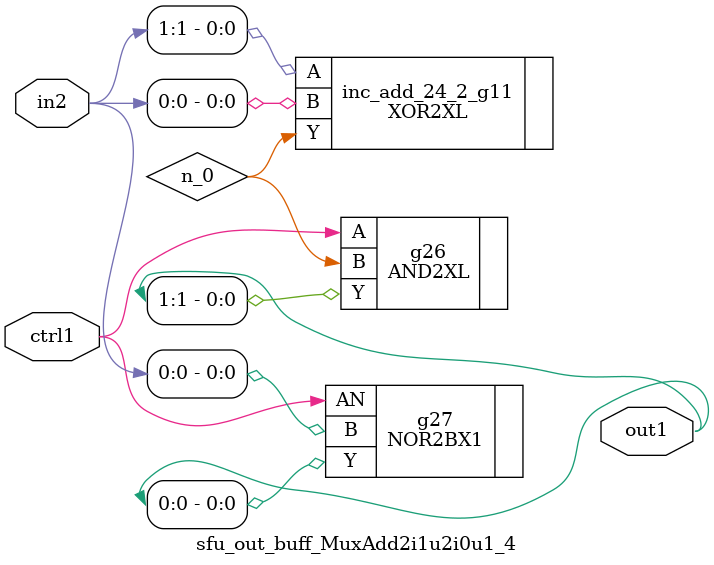
<source format=v>
`timescale 1ps / 1ps


module sfu_out_buff_MuxAdd2i1u2i0u1_4(in2, ctrl1, out1);
  input [1:0] in2;
  input ctrl1;
  output [1:0] out1;
  wire [1:0] in2;
  wire ctrl1;
  wire [1:0] out1;
  wire n_0;
  AND2XL g26(.A (ctrl1), .B (n_0), .Y (out1[1]));
  NOR2BX1 g27(.AN (ctrl1), .B (in2[0]), .Y (out1[0]));
  XOR2XL inc_add_24_2_g11(.A (in2[1]), .B (in2[0]), .Y (n_0));
endmodule



</source>
